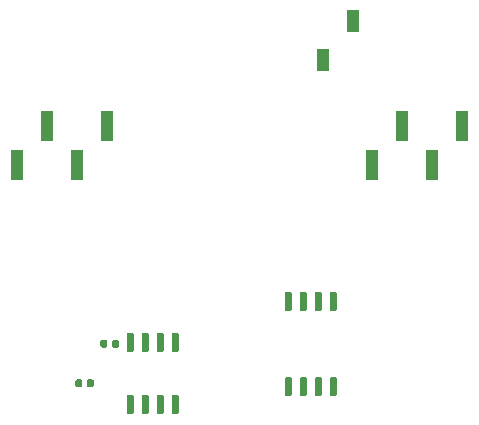
<source format=gbr>
G04 #@! TF.GenerationSoftware,KiCad,Pcbnew,5.1.5-52549c5~84~ubuntu18.04.1*
G04 #@! TF.CreationDate,2020-03-24T02:23:38-04:00*
G04 #@! TF.ProjectId,SwarmBot,53776172-6d42-46f7-942e-6b696361645f,rev?*
G04 #@! TF.SameCoordinates,Original*
G04 #@! TF.FileFunction,Paste,Bot*
G04 #@! TF.FilePolarity,Positive*
%FSLAX46Y46*%
G04 Gerber Fmt 4.6, Leading zero omitted, Abs format (unit mm)*
G04 Created by KiCad (PCBNEW 5.1.5-52549c5~84~ubuntu18.04.1) date 2020-03-24 02:23:38*
%MOMM*%
%LPD*%
G04 APERTURE LIST*
%ADD10C,0.100000*%
%ADD11R,1.000000X1.900000*%
%ADD12R,1.000000X2.510000*%
G04 APERTURE END LIST*
D10*
G36*
X4299703Y-19620722D02*
G01*
X4314264Y-19622882D01*
X4328543Y-19626459D01*
X4342403Y-19631418D01*
X4355710Y-19637712D01*
X4368336Y-19645280D01*
X4380159Y-19654048D01*
X4391066Y-19663934D01*
X4400952Y-19674841D01*
X4409720Y-19686664D01*
X4417288Y-19699290D01*
X4423582Y-19712597D01*
X4428541Y-19726457D01*
X4432118Y-19740736D01*
X4434278Y-19755297D01*
X4435000Y-19770000D01*
X4435000Y-21070000D01*
X4434278Y-21084703D01*
X4432118Y-21099264D01*
X4428541Y-21113543D01*
X4423582Y-21127403D01*
X4417288Y-21140710D01*
X4409720Y-21153336D01*
X4400952Y-21165159D01*
X4391066Y-21176066D01*
X4380159Y-21185952D01*
X4368336Y-21194720D01*
X4355710Y-21202288D01*
X4342403Y-21208582D01*
X4328543Y-21213541D01*
X4314264Y-21217118D01*
X4299703Y-21219278D01*
X4285000Y-21220000D01*
X3985000Y-21220000D01*
X3970297Y-21219278D01*
X3955736Y-21217118D01*
X3941457Y-21213541D01*
X3927597Y-21208582D01*
X3914290Y-21202288D01*
X3901664Y-21194720D01*
X3889841Y-21185952D01*
X3878934Y-21176066D01*
X3869048Y-21165159D01*
X3860280Y-21153336D01*
X3852712Y-21140710D01*
X3846418Y-21127403D01*
X3841459Y-21113543D01*
X3837882Y-21099264D01*
X3835722Y-21084703D01*
X3835000Y-21070000D01*
X3835000Y-19770000D01*
X3835722Y-19755297D01*
X3837882Y-19740736D01*
X3841459Y-19726457D01*
X3846418Y-19712597D01*
X3852712Y-19699290D01*
X3860280Y-19686664D01*
X3869048Y-19674841D01*
X3878934Y-19663934D01*
X3889841Y-19654048D01*
X3901664Y-19645280D01*
X3914290Y-19637712D01*
X3927597Y-19631418D01*
X3941457Y-19626459D01*
X3955736Y-19622882D01*
X3970297Y-19620722D01*
X3985000Y-19620000D01*
X4285000Y-19620000D01*
X4299703Y-19620722D01*
G37*
G36*
X5569703Y-19620722D02*
G01*
X5584264Y-19622882D01*
X5598543Y-19626459D01*
X5612403Y-19631418D01*
X5625710Y-19637712D01*
X5638336Y-19645280D01*
X5650159Y-19654048D01*
X5661066Y-19663934D01*
X5670952Y-19674841D01*
X5679720Y-19686664D01*
X5687288Y-19699290D01*
X5693582Y-19712597D01*
X5698541Y-19726457D01*
X5702118Y-19740736D01*
X5704278Y-19755297D01*
X5705000Y-19770000D01*
X5705000Y-21070000D01*
X5704278Y-21084703D01*
X5702118Y-21099264D01*
X5698541Y-21113543D01*
X5693582Y-21127403D01*
X5687288Y-21140710D01*
X5679720Y-21153336D01*
X5670952Y-21165159D01*
X5661066Y-21176066D01*
X5650159Y-21185952D01*
X5638336Y-21194720D01*
X5625710Y-21202288D01*
X5612403Y-21208582D01*
X5598543Y-21213541D01*
X5584264Y-21217118D01*
X5569703Y-21219278D01*
X5555000Y-21220000D01*
X5255000Y-21220000D01*
X5240297Y-21219278D01*
X5225736Y-21217118D01*
X5211457Y-21213541D01*
X5197597Y-21208582D01*
X5184290Y-21202288D01*
X5171664Y-21194720D01*
X5159841Y-21185952D01*
X5148934Y-21176066D01*
X5139048Y-21165159D01*
X5130280Y-21153336D01*
X5122712Y-21140710D01*
X5116418Y-21127403D01*
X5111459Y-21113543D01*
X5107882Y-21099264D01*
X5105722Y-21084703D01*
X5105000Y-21070000D01*
X5105000Y-19770000D01*
X5105722Y-19755297D01*
X5107882Y-19740736D01*
X5111459Y-19726457D01*
X5116418Y-19712597D01*
X5122712Y-19699290D01*
X5130280Y-19686664D01*
X5139048Y-19674841D01*
X5148934Y-19663934D01*
X5159841Y-19654048D01*
X5171664Y-19645280D01*
X5184290Y-19637712D01*
X5197597Y-19631418D01*
X5211457Y-19626459D01*
X5225736Y-19622882D01*
X5240297Y-19620722D01*
X5255000Y-19620000D01*
X5555000Y-19620000D01*
X5569703Y-19620722D01*
G37*
G36*
X6839703Y-19620722D02*
G01*
X6854264Y-19622882D01*
X6868543Y-19626459D01*
X6882403Y-19631418D01*
X6895710Y-19637712D01*
X6908336Y-19645280D01*
X6920159Y-19654048D01*
X6931066Y-19663934D01*
X6940952Y-19674841D01*
X6949720Y-19686664D01*
X6957288Y-19699290D01*
X6963582Y-19712597D01*
X6968541Y-19726457D01*
X6972118Y-19740736D01*
X6974278Y-19755297D01*
X6975000Y-19770000D01*
X6975000Y-21070000D01*
X6974278Y-21084703D01*
X6972118Y-21099264D01*
X6968541Y-21113543D01*
X6963582Y-21127403D01*
X6957288Y-21140710D01*
X6949720Y-21153336D01*
X6940952Y-21165159D01*
X6931066Y-21176066D01*
X6920159Y-21185952D01*
X6908336Y-21194720D01*
X6895710Y-21202288D01*
X6882403Y-21208582D01*
X6868543Y-21213541D01*
X6854264Y-21217118D01*
X6839703Y-21219278D01*
X6825000Y-21220000D01*
X6525000Y-21220000D01*
X6510297Y-21219278D01*
X6495736Y-21217118D01*
X6481457Y-21213541D01*
X6467597Y-21208582D01*
X6454290Y-21202288D01*
X6441664Y-21194720D01*
X6429841Y-21185952D01*
X6418934Y-21176066D01*
X6409048Y-21165159D01*
X6400280Y-21153336D01*
X6392712Y-21140710D01*
X6386418Y-21127403D01*
X6381459Y-21113543D01*
X6377882Y-21099264D01*
X6375722Y-21084703D01*
X6375000Y-21070000D01*
X6375000Y-19770000D01*
X6375722Y-19755297D01*
X6377882Y-19740736D01*
X6381459Y-19726457D01*
X6386418Y-19712597D01*
X6392712Y-19699290D01*
X6400280Y-19686664D01*
X6409048Y-19674841D01*
X6418934Y-19663934D01*
X6429841Y-19654048D01*
X6441664Y-19645280D01*
X6454290Y-19637712D01*
X6467597Y-19631418D01*
X6481457Y-19626459D01*
X6495736Y-19622882D01*
X6510297Y-19620722D01*
X6525000Y-19620000D01*
X6825000Y-19620000D01*
X6839703Y-19620722D01*
G37*
G36*
X8109703Y-19620722D02*
G01*
X8124264Y-19622882D01*
X8138543Y-19626459D01*
X8152403Y-19631418D01*
X8165710Y-19637712D01*
X8178336Y-19645280D01*
X8190159Y-19654048D01*
X8201066Y-19663934D01*
X8210952Y-19674841D01*
X8219720Y-19686664D01*
X8227288Y-19699290D01*
X8233582Y-19712597D01*
X8238541Y-19726457D01*
X8242118Y-19740736D01*
X8244278Y-19755297D01*
X8245000Y-19770000D01*
X8245000Y-21070000D01*
X8244278Y-21084703D01*
X8242118Y-21099264D01*
X8238541Y-21113543D01*
X8233582Y-21127403D01*
X8227288Y-21140710D01*
X8219720Y-21153336D01*
X8210952Y-21165159D01*
X8201066Y-21176066D01*
X8190159Y-21185952D01*
X8178336Y-21194720D01*
X8165710Y-21202288D01*
X8152403Y-21208582D01*
X8138543Y-21213541D01*
X8124264Y-21217118D01*
X8109703Y-21219278D01*
X8095000Y-21220000D01*
X7795000Y-21220000D01*
X7780297Y-21219278D01*
X7765736Y-21217118D01*
X7751457Y-21213541D01*
X7737597Y-21208582D01*
X7724290Y-21202288D01*
X7711664Y-21194720D01*
X7699841Y-21185952D01*
X7688934Y-21176066D01*
X7679048Y-21165159D01*
X7670280Y-21153336D01*
X7662712Y-21140710D01*
X7656418Y-21127403D01*
X7651459Y-21113543D01*
X7647882Y-21099264D01*
X7645722Y-21084703D01*
X7645000Y-21070000D01*
X7645000Y-19770000D01*
X7645722Y-19755297D01*
X7647882Y-19740736D01*
X7651459Y-19726457D01*
X7656418Y-19712597D01*
X7662712Y-19699290D01*
X7670280Y-19686664D01*
X7679048Y-19674841D01*
X7688934Y-19663934D01*
X7699841Y-19654048D01*
X7711664Y-19645280D01*
X7724290Y-19637712D01*
X7737597Y-19631418D01*
X7751457Y-19626459D01*
X7765736Y-19622882D01*
X7780297Y-19620722D01*
X7795000Y-19620000D01*
X8095000Y-19620000D01*
X8109703Y-19620722D01*
G37*
G36*
X8109703Y-12420722D02*
G01*
X8124264Y-12422882D01*
X8138543Y-12426459D01*
X8152403Y-12431418D01*
X8165710Y-12437712D01*
X8178336Y-12445280D01*
X8190159Y-12454048D01*
X8201066Y-12463934D01*
X8210952Y-12474841D01*
X8219720Y-12486664D01*
X8227288Y-12499290D01*
X8233582Y-12512597D01*
X8238541Y-12526457D01*
X8242118Y-12540736D01*
X8244278Y-12555297D01*
X8245000Y-12570000D01*
X8245000Y-13870000D01*
X8244278Y-13884703D01*
X8242118Y-13899264D01*
X8238541Y-13913543D01*
X8233582Y-13927403D01*
X8227288Y-13940710D01*
X8219720Y-13953336D01*
X8210952Y-13965159D01*
X8201066Y-13976066D01*
X8190159Y-13985952D01*
X8178336Y-13994720D01*
X8165710Y-14002288D01*
X8152403Y-14008582D01*
X8138543Y-14013541D01*
X8124264Y-14017118D01*
X8109703Y-14019278D01*
X8095000Y-14020000D01*
X7795000Y-14020000D01*
X7780297Y-14019278D01*
X7765736Y-14017118D01*
X7751457Y-14013541D01*
X7737597Y-14008582D01*
X7724290Y-14002288D01*
X7711664Y-13994720D01*
X7699841Y-13985952D01*
X7688934Y-13976066D01*
X7679048Y-13965159D01*
X7670280Y-13953336D01*
X7662712Y-13940710D01*
X7656418Y-13927403D01*
X7651459Y-13913543D01*
X7647882Y-13899264D01*
X7645722Y-13884703D01*
X7645000Y-13870000D01*
X7645000Y-12570000D01*
X7645722Y-12555297D01*
X7647882Y-12540736D01*
X7651459Y-12526457D01*
X7656418Y-12512597D01*
X7662712Y-12499290D01*
X7670280Y-12486664D01*
X7679048Y-12474841D01*
X7688934Y-12463934D01*
X7699841Y-12454048D01*
X7711664Y-12445280D01*
X7724290Y-12437712D01*
X7737597Y-12431418D01*
X7751457Y-12426459D01*
X7765736Y-12422882D01*
X7780297Y-12420722D01*
X7795000Y-12420000D01*
X8095000Y-12420000D01*
X8109703Y-12420722D01*
G37*
G36*
X6839703Y-12420722D02*
G01*
X6854264Y-12422882D01*
X6868543Y-12426459D01*
X6882403Y-12431418D01*
X6895710Y-12437712D01*
X6908336Y-12445280D01*
X6920159Y-12454048D01*
X6931066Y-12463934D01*
X6940952Y-12474841D01*
X6949720Y-12486664D01*
X6957288Y-12499290D01*
X6963582Y-12512597D01*
X6968541Y-12526457D01*
X6972118Y-12540736D01*
X6974278Y-12555297D01*
X6975000Y-12570000D01*
X6975000Y-13870000D01*
X6974278Y-13884703D01*
X6972118Y-13899264D01*
X6968541Y-13913543D01*
X6963582Y-13927403D01*
X6957288Y-13940710D01*
X6949720Y-13953336D01*
X6940952Y-13965159D01*
X6931066Y-13976066D01*
X6920159Y-13985952D01*
X6908336Y-13994720D01*
X6895710Y-14002288D01*
X6882403Y-14008582D01*
X6868543Y-14013541D01*
X6854264Y-14017118D01*
X6839703Y-14019278D01*
X6825000Y-14020000D01*
X6525000Y-14020000D01*
X6510297Y-14019278D01*
X6495736Y-14017118D01*
X6481457Y-14013541D01*
X6467597Y-14008582D01*
X6454290Y-14002288D01*
X6441664Y-13994720D01*
X6429841Y-13985952D01*
X6418934Y-13976066D01*
X6409048Y-13965159D01*
X6400280Y-13953336D01*
X6392712Y-13940710D01*
X6386418Y-13927403D01*
X6381459Y-13913543D01*
X6377882Y-13899264D01*
X6375722Y-13884703D01*
X6375000Y-13870000D01*
X6375000Y-12570000D01*
X6375722Y-12555297D01*
X6377882Y-12540736D01*
X6381459Y-12526457D01*
X6386418Y-12512597D01*
X6392712Y-12499290D01*
X6400280Y-12486664D01*
X6409048Y-12474841D01*
X6418934Y-12463934D01*
X6429841Y-12454048D01*
X6441664Y-12445280D01*
X6454290Y-12437712D01*
X6467597Y-12431418D01*
X6481457Y-12426459D01*
X6495736Y-12422882D01*
X6510297Y-12420722D01*
X6525000Y-12420000D01*
X6825000Y-12420000D01*
X6839703Y-12420722D01*
G37*
G36*
X5569703Y-12420722D02*
G01*
X5584264Y-12422882D01*
X5598543Y-12426459D01*
X5612403Y-12431418D01*
X5625710Y-12437712D01*
X5638336Y-12445280D01*
X5650159Y-12454048D01*
X5661066Y-12463934D01*
X5670952Y-12474841D01*
X5679720Y-12486664D01*
X5687288Y-12499290D01*
X5693582Y-12512597D01*
X5698541Y-12526457D01*
X5702118Y-12540736D01*
X5704278Y-12555297D01*
X5705000Y-12570000D01*
X5705000Y-13870000D01*
X5704278Y-13884703D01*
X5702118Y-13899264D01*
X5698541Y-13913543D01*
X5693582Y-13927403D01*
X5687288Y-13940710D01*
X5679720Y-13953336D01*
X5670952Y-13965159D01*
X5661066Y-13976066D01*
X5650159Y-13985952D01*
X5638336Y-13994720D01*
X5625710Y-14002288D01*
X5612403Y-14008582D01*
X5598543Y-14013541D01*
X5584264Y-14017118D01*
X5569703Y-14019278D01*
X5555000Y-14020000D01*
X5255000Y-14020000D01*
X5240297Y-14019278D01*
X5225736Y-14017118D01*
X5211457Y-14013541D01*
X5197597Y-14008582D01*
X5184290Y-14002288D01*
X5171664Y-13994720D01*
X5159841Y-13985952D01*
X5148934Y-13976066D01*
X5139048Y-13965159D01*
X5130280Y-13953336D01*
X5122712Y-13940710D01*
X5116418Y-13927403D01*
X5111459Y-13913543D01*
X5107882Y-13899264D01*
X5105722Y-13884703D01*
X5105000Y-13870000D01*
X5105000Y-12570000D01*
X5105722Y-12555297D01*
X5107882Y-12540736D01*
X5111459Y-12526457D01*
X5116418Y-12512597D01*
X5122712Y-12499290D01*
X5130280Y-12486664D01*
X5139048Y-12474841D01*
X5148934Y-12463934D01*
X5159841Y-12454048D01*
X5171664Y-12445280D01*
X5184290Y-12437712D01*
X5197597Y-12431418D01*
X5211457Y-12426459D01*
X5225736Y-12422882D01*
X5240297Y-12420722D01*
X5255000Y-12420000D01*
X5555000Y-12420000D01*
X5569703Y-12420722D01*
G37*
G36*
X4299703Y-12420722D02*
G01*
X4314264Y-12422882D01*
X4328543Y-12426459D01*
X4342403Y-12431418D01*
X4355710Y-12437712D01*
X4368336Y-12445280D01*
X4380159Y-12454048D01*
X4391066Y-12463934D01*
X4400952Y-12474841D01*
X4409720Y-12486664D01*
X4417288Y-12499290D01*
X4423582Y-12512597D01*
X4428541Y-12526457D01*
X4432118Y-12540736D01*
X4434278Y-12555297D01*
X4435000Y-12570000D01*
X4435000Y-13870000D01*
X4434278Y-13884703D01*
X4432118Y-13899264D01*
X4428541Y-13913543D01*
X4423582Y-13927403D01*
X4417288Y-13940710D01*
X4409720Y-13953336D01*
X4400952Y-13965159D01*
X4391066Y-13976066D01*
X4380159Y-13985952D01*
X4368336Y-13994720D01*
X4355710Y-14002288D01*
X4342403Y-14008582D01*
X4328543Y-14013541D01*
X4314264Y-14017118D01*
X4299703Y-14019278D01*
X4285000Y-14020000D01*
X3985000Y-14020000D01*
X3970297Y-14019278D01*
X3955736Y-14017118D01*
X3941457Y-14013541D01*
X3927597Y-14008582D01*
X3914290Y-14002288D01*
X3901664Y-13994720D01*
X3889841Y-13985952D01*
X3878934Y-13976066D01*
X3869048Y-13965159D01*
X3860280Y-13953336D01*
X3852712Y-13940710D01*
X3846418Y-13927403D01*
X3841459Y-13913543D01*
X3837882Y-13899264D01*
X3835722Y-13884703D01*
X3835000Y-13870000D01*
X3835000Y-12570000D01*
X3835722Y-12555297D01*
X3837882Y-12540736D01*
X3841459Y-12526457D01*
X3846418Y-12512597D01*
X3852712Y-12499290D01*
X3860280Y-12486664D01*
X3869048Y-12474841D01*
X3878934Y-12463934D01*
X3889841Y-12454048D01*
X3901664Y-12445280D01*
X3914290Y-12437712D01*
X3927597Y-12431418D01*
X3941457Y-12426459D01*
X3955736Y-12422882D01*
X3970297Y-12420722D01*
X3985000Y-12420000D01*
X4285000Y-12420000D01*
X4299703Y-12420722D01*
G37*
D11*
X7030000Y7250000D03*
X9570000Y10550000D03*
D12*
X-13730000Y-1655000D03*
X-18810000Y-1655000D03*
X-11190000Y1655000D03*
X-16270000Y1655000D03*
X16270000Y-1655000D03*
X11190000Y-1655000D03*
X18810000Y1655000D03*
X13730000Y1655000D03*
D10*
G36*
X-10343042Y-16480710D02*
G01*
X-10328724Y-16482834D01*
X-10314683Y-16486351D01*
X-10301054Y-16491228D01*
X-10287969Y-16497417D01*
X-10275553Y-16504858D01*
X-10263927Y-16513481D01*
X-10253202Y-16523202D01*
X-10243481Y-16533927D01*
X-10234858Y-16545553D01*
X-10227417Y-16557969D01*
X-10221228Y-16571054D01*
X-10216351Y-16584683D01*
X-10212834Y-16598724D01*
X-10210710Y-16613042D01*
X-10210000Y-16627500D01*
X-10210000Y-16972500D01*
X-10210710Y-16986958D01*
X-10212834Y-17001276D01*
X-10216351Y-17015317D01*
X-10221228Y-17028946D01*
X-10227417Y-17042031D01*
X-10234858Y-17054447D01*
X-10243481Y-17066073D01*
X-10253202Y-17076798D01*
X-10263927Y-17086519D01*
X-10275553Y-17095142D01*
X-10287969Y-17102583D01*
X-10301054Y-17108772D01*
X-10314683Y-17113649D01*
X-10328724Y-17117166D01*
X-10343042Y-17119290D01*
X-10357500Y-17120000D01*
X-10652500Y-17120000D01*
X-10666958Y-17119290D01*
X-10681276Y-17117166D01*
X-10695317Y-17113649D01*
X-10708946Y-17108772D01*
X-10722031Y-17102583D01*
X-10734447Y-17095142D01*
X-10746073Y-17086519D01*
X-10756798Y-17076798D01*
X-10766519Y-17066073D01*
X-10775142Y-17054447D01*
X-10782583Y-17042031D01*
X-10788772Y-17028946D01*
X-10793649Y-17015317D01*
X-10797166Y-17001276D01*
X-10799290Y-16986958D01*
X-10800000Y-16972500D01*
X-10800000Y-16627500D01*
X-10799290Y-16613042D01*
X-10797166Y-16598724D01*
X-10793649Y-16584683D01*
X-10788772Y-16571054D01*
X-10782583Y-16557969D01*
X-10775142Y-16545553D01*
X-10766519Y-16533927D01*
X-10756798Y-16523202D01*
X-10746073Y-16513481D01*
X-10734447Y-16504858D01*
X-10722031Y-16497417D01*
X-10708946Y-16491228D01*
X-10695317Y-16486351D01*
X-10681276Y-16482834D01*
X-10666958Y-16480710D01*
X-10652500Y-16480000D01*
X-10357500Y-16480000D01*
X-10343042Y-16480710D01*
G37*
G36*
X-11313042Y-16480710D02*
G01*
X-11298724Y-16482834D01*
X-11284683Y-16486351D01*
X-11271054Y-16491228D01*
X-11257969Y-16497417D01*
X-11245553Y-16504858D01*
X-11233927Y-16513481D01*
X-11223202Y-16523202D01*
X-11213481Y-16533927D01*
X-11204858Y-16545553D01*
X-11197417Y-16557969D01*
X-11191228Y-16571054D01*
X-11186351Y-16584683D01*
X-11182834Y-16598724D01*
X-11180710Y-16613042D01*
X-11180000Y-16627500D01*
X-11180000Y-16972500D01*
X-11180710Y-16986958D01*
X-11182834Y-17001276D01*
X-11186351Y-17015317D01*
X-11191228Y-17028946D01*
X-11197417Y-17042031D01*
X-11204858Y-17054447D01*
X-11213481Y-17066073D01*
X-11223202Y-17076798D01*
X-11233927Y-17086519D01*
X-11245553Y-17095142D01*
X-11257969Y-17102583D01*
X-11271054Y-17108772D01*
X-11284683Y-17113649D01*
X-11298724Y-17117166D01*
X-11313042Y-17119290D01*
X-11327500Y-17120000D01*
X-11622500Y-17120000D01*
X-11636958Y-17119290D01*
X-11651276Y-17117166D01*
X-11665317Y-17113649D01*
X-11678946Y-17108772D01*
X-11692031Y-17102583D01*
X-11704447Y-17095142D01*
X-11716073Y-17086519D01*
X-11726798Y-17076798D01*
X-11736519Y-17066073D01*
X-11745142Y-17054447D01*
X-11752583Y-17042031D01*
X-11758772Y-17028946D01*
X-11763649Y-17015317D01*
X-11767166Y-17001276D01*
X-11769290Y-16986958D01*
X-11770000Y-16972500D01*
X-11770000Y-16627500D01*
X-11769290Y-16613042D01*
X-11767166Y-16598724D01*
X-11763649Y-16584683D01*
X-11758772Y-16571054D01*
X-11752583Y-16557969D01*
X-11745142Y-16545553D01*
X-11736519Y-16533927D01*
X-11726798Y-16523202D01*
X-11716073Y-16513481D01*
X-11704447Y-16504858D01*
X-11692031Y-16497417D01*
X-11678946Y-16491228D01*
X-11665317Y-16486351D01*
X-11651276Y-16482834D01*
X-11636958Y-16480710D01*
X-11622500Y-16480000D01*
X-11327500Y-16480000D01*
X-11313042Y-16480710D01*
G37*
G36*
X-9085297Y-21115722D02*
G01*
X-9070736Y-21117882D01*
X-9056457Y-21121459D01*
X-9042597Y-21126418D01*
X-9029290Y-21132712D01*
X-9016664Y-21140280D01*
X-9004841Y-21149048D01*
X-8993934Y-21158934D01*
X-8984048Y-21169841D01*
X-8975280Y-21181664D01*
X-8967712Y-21194290D01*
X-8961418Y-21207597D01*
X-8956459Y-21221457D01*
X-8952882Y-21235736D01*
X-8950722Y-21250297D01*
X-8950000Y-21265000D01*
X-8950000Y-22615000D01*
X-8950722Y-22629703D01*
X-8952882Y-22644264D01*
X-8956459Y-22658543D01*
X-8961418Y-22672403D01*
X-8967712Y-22685710D01*
X-8975280Y-22698336D01*
X-8984048Y-22710159D01*
X-8993934Y-22721066D01*
X-9004841Y-22730952D01*
X-9016664Y-22739720D01*
X-9029290Y-22747288D01*
X-9042597Y-22753582D01*
X-9056457Y-22758541D01*
X-9070736Y-22762118D01*
X-9085297Y-22764278D01*
X-9100000Y-22765000D01*
X-9400000Y-22765000D01*
X-9414703Y-22764278D01*
X-9429264Y-22762118D01*
X-9443543Y-22758541D01*
X-9457403Y-22753582D01*
X-9470710Y-22747288D01*
X-9483336Y-22739720D01*
X-9495159Y-22730952D01*
X-9506066Y-22721066D01*
X-9515952Y-22710159D01*
X-9524720Y-22698336D01*
X-9532288Y-22685710D01*
X-9538582Y-22672403D01*
X-9543541Y-22658543D01*
X-9547118Y-22644264D01*
X-9549278Y-22629703D01*
X-9550000Y-22615000D01*
X-9550000Y-21265000D01*
X-9549278Y-21250297D01*
X-9547118Y-21235736D01*
X-9543541Y-21221457D01*
X-9538582Y-21207597D01*
X-9532288Y-21194290D01*
X-9524720Y-21181664D01*
X-9515952Y-21169841D01*
X-9506066Y-21158934D01*
X-9495159Y-21149048D01*
X-9483336Y-21140280D01*
X-9470710Y-21132712D01*
X-9457403Y-21126418D01*
X-9443543Y-21121459D01*
X-9429264Y-21117882D01*
X-9414703Y-21115722D01*
X-9400000Y-21115000D01*
X-9100000Y-21115000D01*
X-9085297Y-21115722D01*
G37*
G36*
X-7815297Y-21115722D02*
G01*
X-7800736Y-21117882D01*
X-7786457Y-21121459D01*
X-7772597Y-21126418D01*
X-7759290Y-21132712D01*
X-7746664Y-21140280D01*
X-7734841Y-21149048D01*
X-7723934Y-21158934D01*
X-7714048Y-21169841D01*
X-7705280Y-21181664D01*
X-7697712Y-21194290D01*
X-7691418Y-21207597D01*
X-7686459Y-21221457D01*
X-7682882Y-21235736D01*
X-7680722Y-21250297D01*
X-7680000Y-21265000D01*
X-7680000Y-22615000D01*
X-7680722Y-22629703D01*
X-7682882Y-22644264D01*
X-7686459Y-22658543D01*
X-7691418Y-22672403D01*
X-7697712Y-22685710D01*
X-7705280Y-22698336D01*
X-7714048Y-22710159D01*
X-7723934Y-22721066D01*
X-7734841Y-22730952D01*
X-7746664Y-22739720D01*
X-7759290Y-22747288D01*
X-7772597Y-22753582D01*
X-7786457Y-22758541D01*
X-7800736Y-22762118D01*
X-7815297Y-22764278D01*
X-7830000Y-22765000D01*
X-8130000Y-22765000D01*
X-8144703Y-22764278D01*
X-8159264Y-22762118D01*
X-8173543Y-22758541D01*
X-8187403Y-22753582D01*
X-8200710Y-22747288D01*
X-8213336Y-22739720D01*
X-8225159Y-22730952D01*
X-8236066Y-22721066D01*
X-8245952Y-22710159D01*
X-8254720Y-22698336D01*
X-8262288Y-22685710D01*
X-8268582Y-22672403D01*
X-8273541Y-22658543D01*
X-8277118Y-22644264D01*
X-8279278Y-22629703D01*
X-8280000Y-22615000D01*
X-8280000Y-21265000D01*
X-8279278Y-21250297D01*
X-8277118Y-21235736D01*
X-8273541Y-21221457D01*
X-8268582Y-21207597D01*
X-8262288Y-21194290D01*
X-8254720Y-21181664D01*
X-8245952Y-21169841D01*
X-8236066Y-21158934D01*
X-8225159Y-21149048D01*
X-8213336Y-21140280D01*
X-8200710Y-21132712D01*
X-8187403Y-21126418D01*
X-8173543Y-21121459D01*
X-8159264Y-21117882D01*
X-8144703Y-21115722D01*
X-8130000Y-21115000D01*
X-7830000Y-21115000D01*
X-7815297Y-21115722D01*
G37*
G36*
X-6545297Y-21115722D02*
G01*
X-6530736Y-21117882D01*
X-6516457Y-21121459D01*
X-6502597Y-21126418D01*
X-6489290Y-21132712D01*
X-6476664Y-21140280D01*
X-6464841Y-21149048D01*
X-6453934Y-21158934D01*
X-6444048Y-21169841D01*
X-6435280Y-21181664D01*
X-6427712Y-21194290D01*
X-6421418Y-21207597D01*
X-6416459Y-21221457D01*
X-6412882Y-21235736D01*
X-6410722Y-21250297D01*
X-6410000Y-21265000D01*
X-6410000Y-22615000D01*
X-6410722Y-22629703D01*
X-6412882Y-22644264D01*
X-6416459Y-22658543D01*
X-6421418Y-22672403D01*
X-6427712Y-22685710D01*
X-6435280Y-22698336D01*
X-6444048Y-22710159D01*
X-6453934Y-22721066D01*
X-6464841Y-22730952D01*
X-6476664Y-22739720D01*
X-6489290Y-22747288D01*
X-6502597Y-22753582D01*
X-6516457Y-22758541D01*
X-6530736Y-22762118D01*
X-6545297Y-22764278D01*
X-6560000Y-22765000D01*
X-6860000Y-22765000D01*
X-6874703Y-22764278D01*
X-6889264Y-22762118D01*
X-6903543Y-22758541D01*
X-6917403Y-22753582D01*
X-6930710Y-22747288D01*
X-6943336Y-22739720D01*
X-6955159Y-22730952D01*
X-6966066Y-22721066D01*
X-6975952Y-22710159D01*
X-6984720Y-22698336D01*
X-6992288Y-22685710D01*
X-6998582Y-22672403D01*
X-7003541Y-22658543D01*
X-7007118Y-22644264D01*
X-7009278Y-22629703D01*
X-7010000Y-22615000D01*
X-7010000Y-21265000D01*
X-7009278Y-21250297D01*
X-7007118Y-21235736D01*
X-7003541Y-21221457D01*
X-6998582Y-21207597D01*
X-6992288Y-21194290D01*
X-6984720Y-21181664D01*
X-6975952Y-21169841D01*
X-6966066Y-21158934D01*
X-6955159Y-21149048D01*
X-6943336Y-21140280D01*
X-6930710Y-21132712D01*
X-6917403Y-21126418D01*
X-6903543Y-21121459D01*
X-6889264Y-21117882D01*
X-6874703Y-21115722D01*
X-6860000Y-21115000D01*
X-6560000Y-21115000D01*
X-6545297Y-21115722D01*
G37*
G36*
X-5275297Y-21115722D02*
G01*
X-5260736Y-21117882D01*
X-5246457Y-21121459D01*
X-5232597Y-21126418D01*
X-5219290Y-21132712D01*
X-5206664Y-21140280D01*
X-5194841Y-21149048D01*
X-5183934Y-21158934D01*
X-5174048Y-21169841D01*
X-5165280Y-21181664D01*
X-5157712Y-21194290D01*
X-5151418Y-21207597D01*
X-5146459Y-21221457D01*
X-5142882Y-21235736D01*
X-5140722Y-21250297D01*
X-5140000Y-21265000D01*
X-5140000Y-22615000D01*
X-5140722Y-22629703D01*
X-5142882Y-22644264D01*
X-5146459Y-22658543D01*
X-5151418Y-22672403D01*
X-5157712Y-22685710D01*
X-5165280Y-22698336D01*
X-5174048Y-22710159D01*
X-5183934Y-22721066D01*
X-5194841Y-22730952D01*
X-5206664Y-22739720D01*
X-5219290Y-22747288D01*
X-5232597Y-22753582D01*
X-5246457Y-22758541D01*
X-5260736Y-22762118D01*
X-5275297Y-22764278D01*
X-5290000Y-22765000D01*
X-5590000Y-22765000D01*
X-5604703Y-22764278D01*
X-5619264Y-22762118D01*
X-5633543Y-22758541D01*
X-5647403Y-22753582D01*
X-5660710Y-22747288D01*
X-5673336Y-22739720D01*
X-5685159Y-22730952D01*
X-5696066Y-22721066D01*
X-5705952Y-22710159D01*
X-5714720Y-22698336D01*
X-5722288Y-22685710D01*
X-5728582Y-22672403D01*
X-5733541Y-22658543D01*
X-5737118Y-22644264D01*
X-5739278Y-22629703D01*
X-5740000Y-22615000D01*
X-5740000Y-21265000D01*
X-5739278Y-21250297D01*
X-5737118Y-21235736D01*
X-5733541Y-21221457D01*
X-5728582Y-21207597D01*
X-5722288Y-21194290D01*
X-5714720Y-21181664D01*
X-5705952Y-21169841D01*
X-5696066Y-21158934D01*
X-5685159Y-21149048D01*
X-5673336Y-21140280D01*
X-5660710Y-21132712D01*
X-5647403Y-21126418D01*
X-5633543Y-21121459D01*
X-5619264Y-21117882D01*
X-5604703Y-21115722D01*
X-5590000Y-21115000D01*
X-5290000Y-21115000D01*
X-5275297Y-21115722D01*
G37*
G36*
X-5275297Y-15865722D02*
G01*
X-5260736Y-15867882D01*
X-5246457Y-15871459D01*
X-5232597Y-15876418D01*
X-5219290Y-15882712D01*
X-5206664Y-15890280D01*
X-5194841Y-15899048D01*
X-5183934Y-15908934D01*
X-5174048Y-15919841D01*
X-5165280Y-15931664D01*
X-5157712Y-15944290D01*
X-5151418Y-15957597D01*
X-5146459Y-15971457D01*
X-5142882Y-15985736D01*
X-5140722Y-16000297D01*
X-5140000Y-16015000D01*
X-5140000Y-17365000D01*
X-5140722Y-17379703D01*
X-5142882Y-17394264D01*
X-5146459Y-17408543D01*
X-5151418Y-17422403D01*
X-5157712Y-17435710D01*
X-5165280Y-17448336D01*
X-5174048Y-17460159D01*
X-5183934Y-17471066D01*
X-5194841Y-17480952D01*
X-5206664Y-17489720D01*
X-5219290Y-17497288D01*
X-5232597Y-17503582D01*
X-5246457Y-17508541D01*
X-5260736Y-17512118D01*
X-5275297Y-17514278D01*
X-5290000Y-17515000D01*
X-5590000Y-17515000D01*
X-5604703Y-17514278D01*
X-5619264Y-17512118D01*
X-5633543Y-17508541D01*
X-5647403Y-17503582D01*
X-5660710Y-17497288D01*
X-5673336Y-17489720D01*
X-5685159Y-17480952D01*
X-5696066Y-17471066D01*
X-5705952Y-17460159D01*
X-5714720Y-17448336D01*
X-5722288Y-17435710D01*
X-5728582Y-17422403D01*
X-5733541Y-17408543D01*
X-5737118Y-17394264D01*
X-5739278Y-17379703D01*
X-5740000Y-17365000D01*
X-5740000Y-16015000D01*
X-5739278Y-16000297D01*
X-5737118Y-15985736D01*
X-5733541Y-15971457D01*
X-5728582Y-15957597D01*
X-5722288Y-15944290D01*
X-5714720Y-15931664D01*
X-5705952Y-15919841D01*
X-5696066Y-15908934D01*
X-5685159Y-15899048D01*
X-5673336Y-15890280D01*
X-5660710Y-15882712D01*
X-5647403Y-15876418D01*
X-5633543Y-15871459D01*
X-5619264Y-15867882D01*
X-5604703Y-15865722D01*
X-5590000Y-15865000D01*
X-5290000Y-15865000D01*
X-5275297Y-15865722D01*
G37*
G36*
X-6545297Y-15865722D02*
G01*
X-6530736Y-15867882D01*
X-6516457Y-15871459D01*
X-6502597Y-15876418D01*
X-6489290Y-15882712D01*
X-6476664Y-15890280D01*
X-6464841Y-15899048D01*
X-6453934Y-15908934D01*
X-6444048Y-15919841D01*
X-6435280Y-15931664D01*
X-6427712Y-15944290D01*
X-6421418Y-15957597D01*
X-6416459Y-15971457D01*
X-6412882Y-15985736D01*
X-6410722Y-16000297D01*
X-6410000Y-16015000D01*
X-6410000Y-17365000D01*
X-6410722Y-17379703D01*
X-6412882Y-17394264D01*
X-6416459Y-17408543D01*
X-6421418Y-17422403D01*
X-6427712Y-17435710D01*
X-6435280Y-17448336D01*
X-6444048Y-17460159D01*
X-6453934Y-17471066D01*
X-6464841Y-17480952D01*
X-6476664Y-17489720D01*
X-6489290Y-17497288D01*
X-6502597Y-17503582D01*
X-6516457Y-17508541D01*
X-6530736Y-17512118D01*
X-6545297Y-17514278D01*
X-6560000Y-17515000D01*
X-6860000Y-17515000D01*
X-6874703Y-17514278D01*
X-6889264Y-17512118D01*
X-6903543Y-17508541D01*
X-6917403Y-17503582D01*
X-6930710Y-17497288D01*
X-6943336Y-17489720D01*
X-6955159Y-17480952D01*
X-6966066Y-17471066D01*
X-6975952Y-17460159D01*
X-6984720Y-17448336D01*
X-6992288Y-17435710D01*
X-6998582Y-17422403D01*
X-7003541Y-17408543D01*
X-7007118Y-17394264D01*
X-7009278Y-17379703D01*
X-7010000Y-17365000D01*
X-7010000Y-16015000D01*
X-7009278Y-16000297D01*
X-7007118Y-15985736D01*
X-7003541Y-15971457D01*
X-6998582Y-15957597D01*
X-6992288Y-15944290D01*
X-6984720Y-15931664D01*
X-6975952Y-15919841D01*
X-6966066Y-15908934D01*
X-6955159Y-15899048D01*
X-6943336Y-15890280D01*
X-6930710Y-15882712D01*
X-6917403Y-15876418D01*
X-6903543Y-15871459D01*
X-6889264Y-15867882D01*
X-6874703Y-15865722D01*
X-6860000Y-15865000D01*
X-6560000Y-15865000D01*
X-6545297Y-15865722D01*
G37*
G36*
X-7815297Y-15865722D02*
G01*
X-7800736Y-15867882D01*
X-7786457Y-15871459D01*
X-7772597Y-15876418D01*
X-7759290Y-15882712D01*
X-7746664Y-15890280D01*
X-7734841Y-15899048D01*
X-7723934Y-15908934D01*
X-7714048Y-15919841D01*
X-7705280Y-15931664D01*
X-7697712Y-15944290D01*
X-7691418Y-15957597D01*
X-7686459Y-15971457D01*
X-7682882Y-15985736D01*
X-7680722Y-16000297D01*
X-7680000Y-16015000D01*
X-7680000Y-17365000D01*
X-7680722Y-17379703D01*
X-7682882Y-17394264D01*
X-7686459Y-17408543D01*
X-7691418Y-17422403D01*
X-7697712Y-17435710D01*
X-7705280Y-17448336D01*
X-7714048Y-17460159D01*
X-7723934Y-17471066D01*
X-7734841Y-17480952D01*
X-7746664Y-17489720D01*
X-7759290Y-17497288D01*
X-7772597Y-17503582D01*
X-7786457Y-17508541D01*
X-7800736Y-17512118D01*
X-7815297Y-17514278D01*
X-7830000Y-17515000D01*
X-8130000Y-17515000D01*
X-8144703Y-17514278D01*
X-8159264Y-17512118D01*
X-8173543Y-17508541D01*
X-8187403Y-17503582D01*
X-8200710Y-17497288D01*
X-8213336Y-17489720D01*
X-8225159Y-17480952D01*
X-8236066Y-17471066D01*
X-8245952Y-17460159D01*
X-8254720Y-17448336D01*
X-8262288Y-17435710D01*
X-8268582Y-17422403D01*
X-8273541Y-17408543D01*
X-8277118Y-17394264D01*
X-8279278Y-17379703D01*
X-8280000Y-17365000D01*
X-8280000Y-16015000D01*
X-8279278Y-16000297D01*
X-8277118Y-15985736D01*
X-8273541Y-15971457D01*
X-8268582Y-15957597D01*
X-8262288Y-15944290D01*
X-8254720Y-15931664D01*
X-8245952Y-15919841D01*
X-8236066Y-15908934D01*
X-8225159Y-15899048D01*
X-8213336Y-15890280D01*
X-8200710Y-15882712D01*
X-8187403Y-15876418D01*
X-8173543Y-15871459D01*
X-8159264Y-15867882D01*
X-8144703Y-15865722D01*
X-8130000Y-15865000D01*
X-7830000Y-15865000D01*
X-7815297Y-15865722D01*
G37*
G36*
X-9085297Y-15865722D02*
G01*
X-9070736Y-15867882D01*
X-9056457Y-15871459D01*
X-9042597Y-15876418D01*
X-9029290Y-15882712D01*
X-9016664Y-15890280D01*
X-9004841Y-15899048D01*
X-8993934Y-15908934D01*
X-8984048Y-15919841D01*
X-8975280Y-15931664D01*
X-8967712Y-15944290D01*
X-8961418Y-15957597D01*
X-8956459Y-15971457D01*
X-8952882Y-15985736D01*
X-8950722Y-16000297D01*
X-8950000Y-16015000D01*
X-8950000Y-17365000D01*
X-8950722Y-17379703D01*
X-8952882Y-17394264D01*
X-8956459Y-17408543D01*
X-8961418Y-17422403D01*
X-8967712Y-17435710D01*
X-8975280Y-17448336D01*
X-8984048Y-17460159D01*
X-8993934Y-17471066D01*
X-9004841Y-17480952D01*
X-9016664Y-17489720D01*
X-9029290Y-17497288D01*
X-9042597Y-17503582D01*
X-9056457Y-17508541D01*
X-9070736Y-17512118D01*
X-9085297Y-17514278D01*
X-9100000Y-17515000D01*
X-9400000Y-17515000D01*
X-9414703Y-17514278D01*
X-9429264Y-17512118D01*
X-9443543Y-17508541D01*
X-9457403Y-17503582D01*
X-9470710Y-17497288D01*
X-9483336Y-17489720D01*
X-9495159Y-17480952D01*
X-9506066Y-17471066D01*
X-9515952Y-17460159D01*
X-9524720Y-17448336D01*
X-9532288Y-17435710D01*
X-9538582Y-17422403D01*
X-9543541Y-17408543D01*
X-9547118Y-17394264D01*
X-9549278Y-17379703D01*
X-9550000Y-17365000D01*
X-9550000Y-16015000D01*
X-9549278Y-16000297D01*
X-9547118Y-15985736D01*
X-9543541Y-15971457D01*
X-9538582Y-15957597D01*
X-9532288Y-15944290D01*
X-9524720Y-15931664D01*
X-9515952Y-15919841D01*
X-9506066Y-15908934D01*
X-9495159Y-15899048D01*
X-9483336Y-15890280D01*
X-9470710Y-15882712D01*
X-9457403Y-15876418D01*
X-9443543Y-15871459D01*
X-9429264Y-15867882D01*
X-9414703Y-15865722D01*
X-9400000Y-15865000D01*
X-9100000Y-15865000D01*
X-9085297Y-15865722D01*
G37*
G36*
X-12468042Y-19820710D02*
G01*
X-12453724Y-19822834D01*
X-12439683Y-19826351D01*
X-12426054Y-19831228D01*
X-12412969Y-19837417D01*
X-12400553Y-19844858D01*
X-12388927Y-19853481D01*
X-12378202Y-19863202D01*
X-12368481Y-19873927D01*
X-12359858Y-19885553D01*
X-12352417Y-19897969D01*
X-12346228Y-19911054D01*
X-12341351Y-19924683D01*
X-12337834Y-19938724D01*
X-12335710Y-19953042D01*
X-12335000Y-19967500D01*
X-12335000Y-20312500D01*
X-12335710Y-20326958D01*
X-12337834Y-20341276D01*
X-12341351Y-20355317D01*
X-12346228Y-20368946D01*
X-12352417Y-20382031D01*
X-12359858Y-20394447D01*
X-12368481Y-20406073D01*
X-12378202Y-20416798D01*
X-12388927Y-20426519D01*
X-12400553Y-20435142D01*
X-12412969Y-20442583D01*
X-12426054Y-20448772D01*
X-12439683Y-20453649D01*
X-12453724Y-20457166D01*
X-12468042Y-20459290D01*
X-12482500Y-20460000D01*
X-12777500Y-20460000D01*
X-12791958Y-20459290D01*
X-12806276Y-20457166D01*
X-12820317Y-20453649D01*
X-12833946Y-20448772D01*
X-12847031Y-20442583D01*
X-12859447Y-20435142D01*
X-12871073Y-20426519D01*
X-12881798Y-20416798D01*
X-12891519Y-20406073D01*
X-12900142Y-20394447D01*
X-12907583Y-20382031D01*
X-12913772Y-20368946D01*
X-12918649Y-20355317D01*
X-12922166Y-20341276D01*
X-12924290Y-20326958D01*
X-12925000Y-20312500D01*
X-12925000Y-19967500D01*
X-12924290Y-19953042D01*
X-12922166Y-19938724D01*
X-12918649Y-19924683D01*
X-12913772Y-19911054D01*
X-12907583Y-19897969D01*
X-12900142Y-19885553D01*
X-12891519Y-19873927D01*
X-12881798Y-19863202D01*
X-12871073Y-19853481D01*
X-12859447Y-19844858D01*
X-12847031Y-19837417D01*
X-12833946Y-19831228D01*
X-12820317Y-19826351D01*
X-12806276Y-19822834D01*
X-12791958Y-19820710D01*
X-12777500Y-19820000D01*
X-12482500Y-19820000D01*
X-12468042Y-19820710D01*
G37*
G36*
X-13438042Y-19820710D02*
G01*
X-13423724Y-19822834D01*
X-13409683Y-19826351D01*
X-13396054Y-19831228D01*
X-13382969Y-19837417D01*
X-13370553Y-19844858D01*
X-13358927Y-19853481D01*
X-13348202Y-19863202D01*
X-13338481Y-19873927D01*
X-13329858Y-19885553D01*
X-13322417Y-19897969D01*
X-13316228Y-19911054D01*
X-13311351Y-19924683D01*
X-13307834Y-19938724D01*
X-13305710Y-19953042D01*
X-13305000Y-19967500D01*
X-13305000Y-20312500D01*
X-13305710Y-20326958D01*
X-13307834Y-20341276D01*
X-13311351Y-20355317D01*
X-13316228Y-20368946D01*
X-13322417Y-20382031D01*
X-13329858Y-20394447D01*
X-13338481Y-20406073D01*
X-13348202Y-20416798D01*
X-13358927Y-20426519D01*
X-13370553Y-20435142D01*
X-13382969Y-20442583D01*
X-13396054Y-20448772D01*
X-13409683Y-20453649D01*
X-13423724Y-20457166D01*
X-13438042Y-20459290D01*
X-13452500Y-20460000D01*
X-13747500Y-20460000D01*
X-13761958Y-20459290D01*
X-13776276Y-20457166D01*
X-13790317Y-20453649D01*
X-13803946Y-20448772D01*
X-13817031Y-20442583D01*
X-13829447Y-20435142D01*
X-13841073Y-20426519D01*
X-13851798Y-20416798D01*
X-13861519Y-20406073D01*
X-13870142Y-20394447D01*
X-13877583Y-20382031D01*
X-13883772Y-20368946D01*
X-13888649Y-20355317D01*
X-13892166Y-20341276D01*
X-13894290Y-20326958D01*
X-13895000Y-20312500D01*
X-13895000Y-19967500D01*
X-13894290Y-19953042D01*
X-13892166Y-19938724D01*
X-13888649Y-19924683D01*
X-13883772Y-19911054D01*
X-13877583Y-19897969D01*
X-13870142Y-19885553D01*
X-13861519Y-19873927D01*
X-13851798Y-19863202D01*
X-13841073Y-19853481D01*
X-13829447Y-19844858D01*
X-13817031Y-19837417D01*
X-13803946Y-19831228D01*
X-13790317Y-19826351D01*
X-13776276Y-19822834D01*
X-13761958Y-19820710D01*
X-13747500Y-19820000D01*
X-13452500Y-19820000D01*
X-13438042Y-19820710D01*
G37*
M02*

</source>
